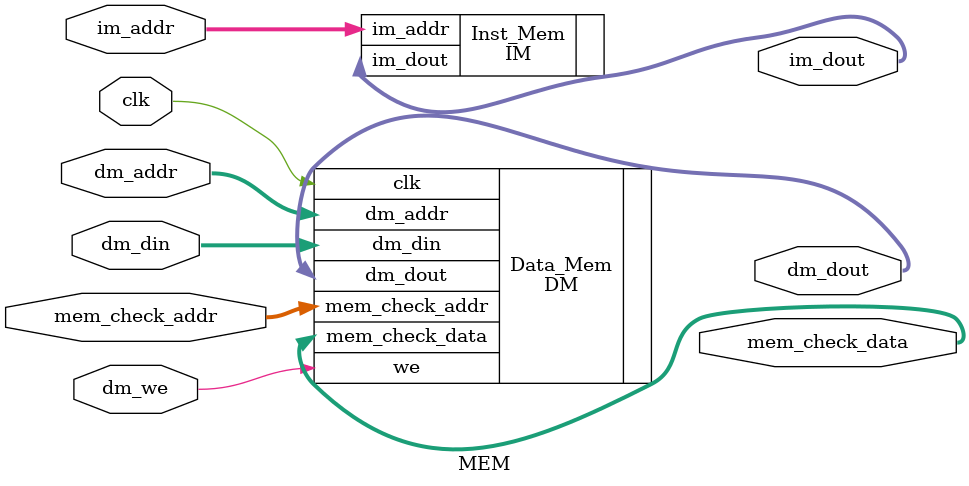
<source format=v>
module MEM(
    input clk,

    // MEM Data BUS with CPU
	//指令存储器端口
    input [31:0] im_addr,
    output [31:0] im_dout,
	
	//数据存储器端口
    input  [31:0] dm_addr,
    input dm_we,
    input  [31:0] dm_din,
    output [31:0] dm_dout,

    // MEM Debug BUS
    input [31:0] mem_check_addr,
    output [31:0] mem_check_data
);
   IM Inst_Mem(
    .im_addr(im_addr),
    .im_dout(im_dout)
   );

   DM Data_Mem(
    .clk(clk),
    .we(dm_we),
    
    .dm_addr(dm_addr),
    .dm_din(dm_din),
    .dm_dout(dm_dout),

    .mem_check_addr(mem_check_addr),
    .mem_check_data(mem_check_data)
   );

endmodule
</source>
